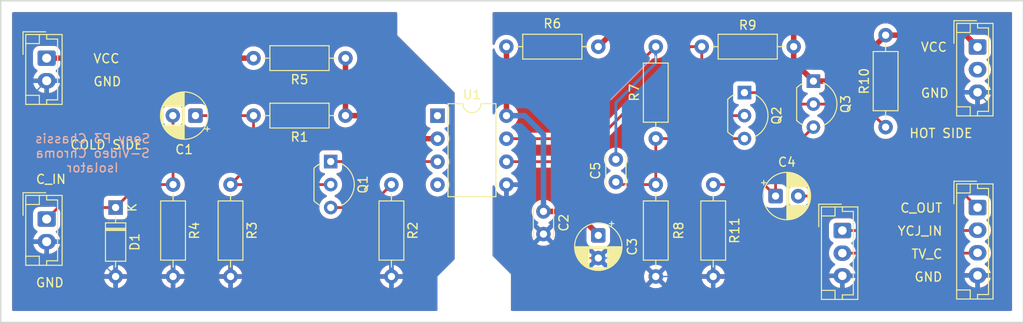
<source format=kicad_pcb>
(kicad_pcb
	(version 20241229)
	(generator "pcbnew")
	(generator_version "9.0")
	(general
		(thickness 1.6)
		(legacy_teardrops no)
	)
	(paper "A4")
	(layers
		(0 "F.Cu" signal "Top")
		(2 "B.Cu" signal "Bottom")
		(13 "F.Paste" user)
		(15 "B.Paste" user)
		(5 "F.SilkS" user "F.Silkscreen")
		(7 "B.SilkS" user "B.Silkscreen")
		(1 "F.Mask" user)
		(3 "B.Mask" user)
		(17 "Dwgs.User" user "User.Drawings")
		(19 "Cmts.User" user "User.Comments")
		(21 "Eco1.User" user "User.Eco1")
		(23 "Eco2.User" user "User.Eco2")
		(25 "Edge.Cuts" user)
		(27 "Margin" user)
		(31 "F.CrtYd" user "F.Courtyard")
		(29 "B.CrtYd" user "B.Courtyard")
	)
	(setup
		(pad_to_mask_clearance 0.0508)
		(allow_soldermask_bridges_in_footprints no)
		(tenting front back)
		(pcbplotparams
			(layerselection 0x00000000_00000000_55555555_5755f5ff)
			(plot_on_all_layers_selection 0x00000000_00000000_00000000_00000000)
			(disableapertmacros no)
			(usegerberextensions no)
			(usegerberattributes no)
			(usegerberadvancedattributes no)
			(creategerberjobfile no)
			(dashed_line_dash_ratio 12.000000)
			(dashed_line_gap_ratio 3.000000)
			(svgprecision 4)
			(plotframeref no)
			(mode 1)
			(useauxorigin no)
			(hpglpennumber 1)
			(hpglpenspeed 20)
			(hpglpendiameter 15.000000)
			(pdf_front_fp_property_popups yes)
			(pdf_back_fp_property_popups yes)
			(pdf_metadata yes)
			(pdf_single_document no)
			(dxfpolygonmode yes)
			(dxfimperialunits yes)
			(dxfusepcbnewfont yes)
			(psnegative no)
			(psa4output no)
			(plot_black_and_white yes)
			(sketchpadsonfab no)
			(plotpadnumbers no)
			(hidednponfab no)
			(sketchdnponfab yes)
			(crossoutdnponfab yes)
			(subtractmaskfromsilk no)
			(outputformat 1)
			(mirror no)
			(drillshape 1)
			(scaleselection 1)
			(outputdirectory "")
		)
	)
	(net 0 "")
	(net 1 "Net-(Q1-B)")
	(net 2 "/C_In")
	(net 3 "Net-(C2-Pad1)")
	(net 4 "GND2")
	(net 5 "Net-(Q3-E)")
	(net 6 "GND1")
	(net 7 "/C_Out")
	(net 8 "+12V")
	(net 9 "+9V")
	(net 10 "unconnected-(J3-Pin_2-Pad2)")
	(net 11 "/YCJ_In")
	(net 12 "/TV_C")
	(net 13 "Net-(Q1-C)")
	(net 14 "Net-(Q1-E)")
	(net 15 "Net-(Q2-C)")
	(net 16 "Net-(Q2-B)")
	(net 17 "Net-(Q2-E)")
	(net 18 "Net-(R1-Pad1)")
	(net 19 "Net-(C5-Pad2)")
	(net 20 "unconnected-(U1-NC-Pad1)")
	(net 21 "unconnected-(U1-NC-Pad4)")
	(footprint "Package_DIP:DIP-8_W7.62mm" (layer "F.Cu") (at 144.79 105.42))
	(footprint "Resistor_THT:R_Axial_DIN0207_L6.3mm_D2.5mm_P10.16mm_Horizontal" (layer "F.Cu") (at 162.56 97.79 180))
	(footprint "Connector_JST:JST_EH_B3B-EH-A_1x03_P2.50mm_Vertical" (layer "F.Cu") (at 189.53 118.11 -90))
	(footprint "Resistor_THT:R_Axial_DIN0207_L6.3mm_D2.5mm_P10.16mm_Horizontal" (layer "F.Cu") (at 115.57 113.03 -90))
	(footprint "Capacitor_THT:CP_Radial_D5.0mm_P2.50mm" (layer "F.Cu") (at 182.15 114.3))
	(footprint "Resistor_THT:R_Axial_DIN0207_L6.3mm_D2.5mm_P10.16mm_Horizontal" (layer "F.Cu") (at 168.91 123.19 90))
	(footprint "Package_TO_SOT_THT:TO-92_Inline_Wide" (layer "F.Cu") (at 132.99 110.49 -90))
	(footprint "Connector_JST:JST_EH_B2B-EH-A_1x02_P2.50mm_Vertical" (layer "F.Cu") (at 101.6 116.84 -90))
	(footprint "Capacitor_THT:C_Disc_D3.0mm_W2.0mm_P2.50mm" (layer "F.Cu") (at 164.5 112.75 90))
	(footprint "Resistor_THT:R_Axial_DIN0207_L6.3mm_D2.5mm_P10.16mm_Horizontal" (layer "F.Cu") (at 175.26 113.03 -90))
	(footprint "Capacitor_THT:CP_Radial_D5.0mm_P2.50mm" (layer "F.Cu") (at 162.56 118.65 -90))
	(footprint "Resistor_THT:R_Axial_DIN0207_L6.3mm_D2.5mm_P10.16mm_Horizontal" (layer "F.Cu") (at 121.92 113.03 -90))
	(footprint "Connector_JST:JST_EH_B3B-EH-A_1x03_P2.50mm_Vertical" (layer "F.Cu") (at 204.47 97.83 -90))
	(footprint "Diode_THT:D_DO-35_SOD27_P7.62mm_Horizontal" (layer "F.Cu") (at 109.22 115.57 -90))
	(footprint "Package_TO_SOT_THT:TO-92_Inline_Wide" (layer "F.Cu") (at 186.33 101.6 -90))
	(footprint "Connector_JST:JST_EH_B4B-EH-A_1x04_P2.50mm_Vertical" (layer "F.Cu") (at 204.47 115.57 -90))
	(footprint "Resistor_THT:R_Axial_DIN0207_L6.3mm_D2.5mm_P10.16mm_Horizontal" (layer "F.Cu") (at 173.99 97.79))
	(footprint "MountingHole:MountingHole_3.2mm_M3_DIN965" (layer "F.Cu") (at 148.844 124.714))
	(footprint "MountingHole:MountingHole_3.2mm_M3_DIN965" (layer "F.Cu") (at 146.5 96.5))
	(footprint "Resistor_THT:R_Axial_DIN0207_L6.3mm_D2.5mm_P10.16mm_Horizontal" (layer "F.Cu") (at 134.62 99.06 180))
	(footprint "Resistor_THT:R_Axial_DIN0207_L6.3mm_D2.5mm_P10.16mm_Horizontal" (layer "F.Cu") (at 134.62 105.41 180))
	(footprint "Capacitor_THT:CP_Radial_D5.0mm_P2.50mm" (layer "F.Cu") (at 118.045113 105.41 180))
	(footprint "Capacitor_THT:C_Disc_D3.0mm_W2.0mm_P2.50mm" (layer "F.Cu") (at 156.5 116 -90))
	(footprint "Connector_JST:JST_EH_B2B-EH-A_1x02_P2.50mm_Vertical" (layer "F.Cu") (at 101.6 99.06 -90))
	(footprint "Resistor_THT:R_Axial_DIN0207_L6.3mm_D2.5mm_P10.16mm_Horizontal" (layer "F.Cu") (at 139.7 113.03 -90))
	(footprint "Resistor_THT:R_Axial_DIN0207_L6.3mm_D2.5mm_P10.16mm_Horizontal"
		(layer "F.Cu")
		(uuid "f623cf48-09a2-4c60-a157-5642800a97e5")
		(at 194.31 106.68 90)
		(descr "Resistor, Axial_DIN0207 series, Axial, Horizontal, pin pitch=10.16mm, 0.25W = 1/4W, length*diameter=6.3*2.5mm^2, http://cdn-reichelt.de/documents/datenblatt/B400/1_4W%23YAG.pdf")
		(tags "Resistor Axial_DIN0207 series Axial Horizontal pin pitch 10.16mm 0.25W = 1/4W length 6.3mm diameter 2.5mm")
		(property "Reference" "R10"
			(at 5.08 -2.37 90)
			(layer "F.SilkS")
			(uuid "d6ff8707-209a-4004-ac51-4cbb7b141b9a")
			(effects
				(font
					(size 1 1)
					(thickness 0.15)
				)
			)
		)
		(property "Value" "1k"
			(at 5.08 2.37 90)
			(layer "F.Fab")
			(uuid "ba01cad9-f3f2-4b33-a691-406f91a73312")
			(effects
				(font
					(size 1 1)
					(thickness 0.15)
				)
			)
		)
		(property "Data
... [240255 chars truncated]
</source>
